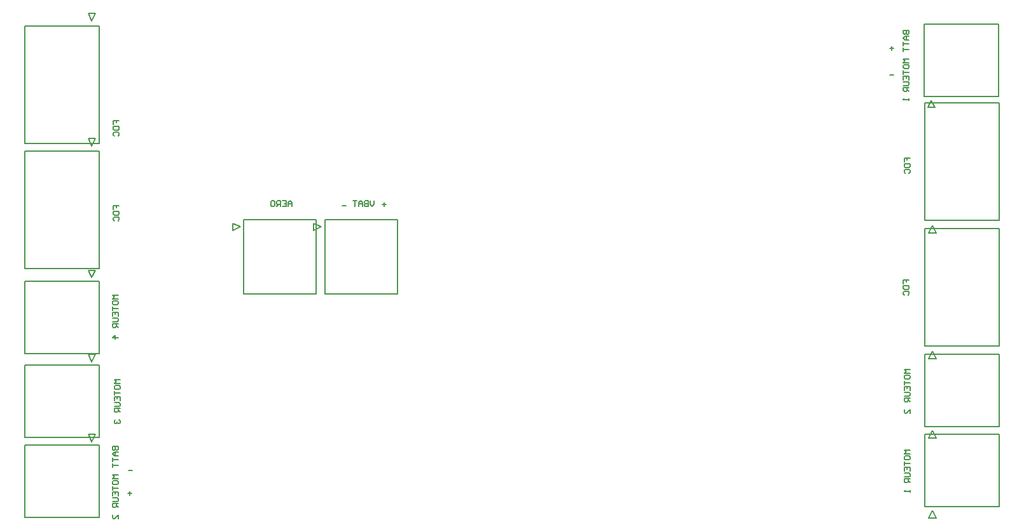
<source format=gbo>
G04*
G04 #@! TF.GenerationSoftware,Altium Limited,Altium Designer,21.9.2 (33)*
G04*
G04 Layer_Color=32896*
%FSLAX25Y25*%
%MOIN*%
G70*
G04*
G04 #@! TF.SameCoordinates,1158F630-F6B0-42DE-A473-F25834DE5FAC*
G04*
G04*
G04 #@! TF.FilePolarity,Positive*
G04*
G01*
G75*
%ADD11C,0.00700*%
%ADD34C,0.00500*%
D11*
X460800Y254700D02*
X458801D01*
X459800Y255699D02*
Y253700D01*
X460800Y240700D02*
X458801D01*
X465801Y264300D02*
X468800D01*
Y262801D01*
X468300Y262301D01*
X467800D01*
X467301Y262801D01*
Y264300D01*
Y262801D01*
X466801Y262301D01*
X466301D01*
X465801Y262801D01*
Y264300D01*
X468800Y261301D02*
X466801D01*
X465801Y260301D01*
X466801Y259302D01*
X468800D01*
X467301D01*
Y261301D01*
X465801Y258302D02*
Y256303D01*
Y257302D01*
X468800D01*
X465801Y255303D02*
Y253304D01*
Y254303D01*
X468800D01*
Y249305D02*
X465801D01*
X466801Y248305D01*
X465801Y247305D01*
X468800D01*
X465801Y244806D02*
Y245806D01*
X466301Y246306D01*
X468300D01*
X468800Y245806D01*
Y244806D01*
X468300Y244306D01*
X466301D01*
X465801Y244806D01*
Y243307D02*
Y241307D01*
Y242307D01*
X468800D01*
X465801Y238308D02*
Y240308D01*
X468800D01*
Y238308D01*
X467301Y240308D02*
Y239308D01*
X465801Y237309D02*
X468300D01*
X468800Y236809D01*
Y235809D01*
X468300Y235309D01*
X465801D01*
X468800Y234310D02*
X465801D01*
Y232810D01*
X466301Y232310D01*
X467301D01*
X467800Y232810D01*
Y234310D01*
Y233310D02*
X468800Y232310D01*
Y228312D02*
Y227312D01*
Y227812D01*
X465801D01*
X466301Y228312D01*
X466301Y195301D02*
Y197300D01*
X467801D01*
Y196300D01*
Y197300D01*
X469300D01*
X466301Y194301D02*
X469300D01*
Y192801D01*
X468800Y192302D01*
X466801D01*
X466301Y192801D01*
Y194301D01*
X466801Y189303D02*
X466301Y189802D01*
Y190802D01*
X466801Y191302D01*
X468800D01*
X469300Y190802D01*
Y189802D01*
X468800Y189303D01*
X465801Y131301D02*
Y133300D01*
X467301D01*
Y132300D01*
Y133300D01*
X468800D01*
X465801Y130301D02*
X468800D01*
Y128801D01*
X468300Y128302D01*
X466301D01*
X465801Y128801D01*
Y130301D01*
X466301Y125303D02*
X465801Y125802D01*
Y126802D01*
X466301Y127302D01*
X468300D01*
X468800Y126802D01*
Y125802D01*
X468300Y125303D01*
X469300Y43800D02*
X466301D01*
X467301Y42800D01*
X466301Y41801D01*
X469300D01*
X466301Y39301D02*
Y40301D01*
X466801Y40801D01*
X468800D01*
X469300Y40301D01*
Y39301D01*
X468800Y38802D01*
X466801D01*
X466301Y39301D01*
Y37802D02*
Y35803D01*
Y36802D01*
X469300D01*
X466301Y32804D02*
Y34803D01*
X469300D01*
Y32804D01*
X467801Y34803D02*
Y33803D01*
X466301Y31804D02*
X468800D01*
X469300Y31304D01*
Y30304D01*
X468800Y29805D01*
X466301D01*
X469300Y28805D02*
X466301D01*
Y27305D01*
X466801Y26805D01*
X467801D01*
X468300Y27305D01*
Y28805D01*
Y27805D02*
X469300Y26805D01*
Y22807D02*
Y21807D01*
Y22307D01*
X466301D01*
X466801Y22807D01*
X469300Y86300D02*
X466301D01*
X467301Y85300D01*
X466301Y84301D01*
X469300D01*
X466301Y81801D02*
Y82801D01*
X466801Y83301D01*
X468800D01*
X469300Y82801D01*
Y81801D01*
X468800Y81302D01*
X466801D01*
X466301Y81801D01*
Y80302D02*
Y78303D01*
Y79302D01*
X469300D01*
X466301Y75304D02*
Y77303D01*
X469300D01*
Y75304D01*
X467801Y77303D02*
Y76303D01*
X466301Y74304D02*
X468800D01*
X469300Y73804D01*
Y72804D01*
X468800Y72304D01*
X466301D01*
X469300Y71305D02*
X466301D01*
Y69805D01*
X466801Y69305D01*
X467801D01*
X468300Y69805D01*
Y71305D01*
Y70305D02*
X469300Y69305D01*
Y63307D02*
Y65307D01*
X467301Y63307D01*
X466801D01*
X466301Y63807D01*
Y64807D01*
X466801Y65307D01*
X194800Y172700D02*
X192801D01*
X193800Y173699D02*
Y171700D01*
X188300Y174699D02*
Y172700D01*
X187300Y171700D01*
X186301Y172700D01*
Y174699D01*
X185301D02*
Y171700D01*
X183801D01*
X183302Y172200D01*
Y172700D01*
X183801Y173199D01*
X185301D01*
X183801D01*
X183302Y173699D01*
Y174199D01*
X183801Y174699D01*
X185301D01*
X182302Y171700D02*
Y173699D01*
X181302Y174699D01*
X180303Y173699D01*
Y171700D01*
Y173199D01*
X182302D01*
X179303Y174699D02*
X177304D01*
X178303D01*
Y171700D01*
X173800Y172200D02*
X171801D01*
X145300Y171700D02*
Y173699D01*
X144300Y174699D01*
X143301Y173699D01*
Y171700D01*
Y173199D01*
X145300D01*
X140302Y174699D02*
X142301D01*
Y171700D01*
X140302D01*
X142301Y173199D02*
X141301D01*
X139302Y171700D02*
Y174699D01*
X137802D01*
X137303Y174199D01*
Y173199D01*
X137802Y172700D01*
X139302D01*
X138302D02*
X137303Y171700D01*
X134803Y174699D02*
X135803D01*
X136303Y174199D01*
Y172200D01*
X135803Y171700D01*
X134803D01*
X134304Y172200D01*
Y174199D01*
X134803Y174699D01*
X51801Y214801D02*
Y216800D01*
X53300D01*
Y215800D01*
Y216800D01*
X54800D01*
X51801Y213801D02*
X54800D01*
Y212301D01*
X54300Y211802D01*
X52301D01*
X51801Y212301D01*
Y213801D01*
X52301Y208803D02*
X51801Y209302D01*
Y210302D01*
X52301Y210802D01*
X54300D01*
X54800Y210302D01*
Y209302D01*
X54300Y208803D01*
X51801Y170301D02*
Y172300D01*
X53300D01*
Y171300D01*
Y172300D01*
X54800D01*
X51801Y169301D02*
X54800D01*
Y167801D01*
X54300Y167302D01*
X52301D01*
X51801Y167801D01*
Y169301D01*
X52301Y164303D02*
X51801Y164802D01*
Y165802D01*
X52301Y166302D01*
X54300D01*
X54800Y165802D01*
Y164802D01*
X54300Y164303D01*
X61800Y33200D02*
X59801D01*
X61300Y21200D02*
X59301D01*
X60300Y22199D02*
Y20200D01*
X51301Y45800D02*
X54300D01*
Y44300D01*
X53800Y43801D01*
X53300D01*
X52801Y44300D01*
Y45800D01*
Y44300D01*
X52301Y43801D01*
X51801D01*
X51301Y44300D01*
Y45800D01*
X54300Y42801D02*
X52301D01*
X51301Y41801D01*
X52301Y40802D01*
X54300D01*
X52801D01*
Y42801D01*
X51301Y39802D02*
Y37803D01*
Y38802D01*
X54300D01*
X51301Y36803D02*
Y34804D01*
Y35803D01*
X54300D01*
Y30805D02*
X51301D01*
X52301Y29805D01*
X51301Y28806D01*
X54300D01*
X51301Y26306D02*
Y27306D01*
X51801Y27806D01*
X53800D01*
X54300Y27306D01*
Y26306D01*
X53800Y25806D01*
X51801D01*
X51301Y26306D01*
Y24807D02*
Y22807D01*
Y23807D01*
X54300D01*
X51301Y19808D02*
Y21808D01*
X54300D01*
Y19808D01*
X52801Y21808D02*
Y20808D01*
X51301Y18809D02*
X53800D01*
X54300Y18309D01*
Y17309D01*
X53800Y16809D01*
X51301D01*
X54300Y15810D02*
X51301D01*
Y14310D01*
X51801Y13810D01*
X52801D01*
X53300Y14310D01*
Y15810D01*
Y14810D02*
X54300Y13810D01*
Y7812D02*
Y9812D01*
X52301Y7812D01*
X51801D01*
X51301Y8312D01*
Y9312D01*
X51801Y9812D01*
X55300Y80800D02*
X52301D01*
X53301Y79800D01*
X52301Y78801D01*
X55300D01*
X52301Y76301D02*
Y77301D01*
X52801Y77801D01*
X54800D01*
X55300Y77301D01*
Y76301D01*
X54800Y75802D01*
X52801D01*
X52301Y76301D01*
Y74802D02*
Y72803D01*
Y73802D01*
X55300D01*
X52301Y69804D02*
Y71803D01*
X55300D01*
Y69804D01*
X53800Y71803D02*
Y70803D01*
X52301Y68804D02*
X54800D01*
X55300Y68304D01*
Y67304D01*
X54800Y66804D01*
X52301D01*
X55300Y65805D02*
X52301D01*
Y64305D01*
X52801Y63806D01*
X53800D01*
X54300Y64305D01*
Y65805D01*
Y64805D02*
X55300Y63806D01*
X52801Y59807D02*
X52301Y59307D01*
Y58307D01*
X52801Y57807D01*
X53301D01*
X53800Y58307D01*
Y58807D01*
Y58307D01*
X54300Y57807D01*
X54800D01*
X55300Y58307D01*
Y59307D01*
X54800Y59807D01*
X54300Y125300D02*
X51301D01*
X52301Y124300D01*
X51301Y123301D01*
X54300D01*
X51301Y120801D02*
Y121801D01*
X51801Y122301D01*
X53800D01*
X54300Y121801D01*
Y120801D01*
X53800Y120302D01*
X51801D01*
X51301Y120801D01*
Y119302D02*
Y117303D01*
Y118302D01*
X54300D01*
X51301Y114304D02*
Y116303D01*
X54300D01*
Y114304D01*
X52801Y116303D02*
Y115303D01*
X51301Y113304D02*
X53800D01*
X54300Y112804D01*
Y111804D01*
X53800Y111304D01*
X51301D01*
X54300Y110305D02*
X51301D01*
Y108805D01*
X51801Y108306D01*
X52801D01*
X53300Y108805D01*
Y110305D01*
Y109305D02*
X54300Y108306D01*
Y102807D02*
X51301D01*
X52801Y104307D01*
Y102307D01*
D34*
X479024Y50197D02*
X480992Y54134D01*
X482961Y50197D01*
X479024D02*
X482961D01*
X477055Y93996D02*
X516032D01*
Y56004D02*
Y93996D01*
X477055Y56004D02*
X516032D01*
X477055D02*
Y93996D01*
X479024Y8197D02*
X480992Y12134D01*
X482961Y8197D01*
X479024D02*
X482961D01*
X477055Y51996D02*
X516032D01*
Y14004D02*
Y51996D01*
X477055Y14004D02*
X516032D01*
X477055D02*
Y51996D01*
X477134Y98445D02*
Y160059D01*
Y98445D02*
X516110D01*
Y160059D01*
X477134D02*
X516110D01*
X479024Y91850D02*
X482961D01*
X480992Y95787D02*
X482961Y91850D01*
X479024D02*
X480992Y95787D01*
X478524Y223697D02*
X480492Y227634D01*
X482461Y223697D01*
X478524D02*
X482461D01*
X476555Y267496D02*
X515531D01*
Y229504D02*
Y267496D01*
X476555Y229504D02*
X515531D01*
X476555D02*
Y267496D01*
X477134Y164445D02*
Y226059D01*
Y164445D02*
X516110D01*
Y226059D01*
X477134D02*
X516110D01*
X479024Y157850D02*
X482961D01*
X480992Y161787D02*
X482961Y157850D01*
X479024D02*
X480992Y161787D01*
X156791Y162969D02*
X160728Y161000D01*
X156791Y159031D02*
X160728Y161000D01*
X156791Y159031D02*
Y162969D01*
X200591Y125961D02*
Y164937D01*
X162598Y125961D02*
X200591D01*
X162598D02*
Y164937D01*
X200591D01*
X114291Y162969D02*
X118228Y161000D01*
X114291Y159031D02*
X118228Y161000D01*
X114291Y159031D02*
Y162969D01*
X158091Y125961D02*
Y164937D01*
X120098Y125961D02*
X158091D01*
X120098D02*
Y164937D01*
X158091D01*
X40500Y48272D02*
X42469Y52209D01*
X38532D02*
X40500Y48272D01*
X38532Y52209D02*
X42469D01*
X5461Y8409D02*
X44437D01*
X5461D02*
Y46402D01*
X44437D01*
Y8409D02*
Y46402D01*
X40500Y90272D02*
X42469Y94209D01*
X38532D02*
X40500Y90272D01*
X38532Y94209D02*
X42469D01*
X5461Y50409D02*
X44437D01*
X5461D02*
Y88402D01*
X44437D01*
Y50409D02*
Y88402D01*
X40508Y134366D02*
X42476Y138303D01*
X38539D02*
X40508Y134366D01*
X38539Y138303D02*
X42476D01*
X5469Y94504D02*
X44445D01*
X5469D02*
Y132496D01*
X44445D01*
Y94504D02*
Y132496D01*
X44358Y139287D02*
Y200902D01*
X5382D02*
X44358D01*
X5382Y139287D02*
Y200902D01*
Y139287D02*
X44358D01*
X38532Y207496D02*
X42469D01*
X38532D02*
X40500Y203559D01*
X42469Y207496D01*
X44366Y204945D02*
Y266559D01*
X5390D02*
X44366D01*
X5390Y204945D02*
Y266559D01*
Y204945D02*
X44366D01*
X38539Y273153D02*
X42476D01*
X38539D02*
X40508Y269216D01*
X42476Y273153D01*
M02*

</source>
